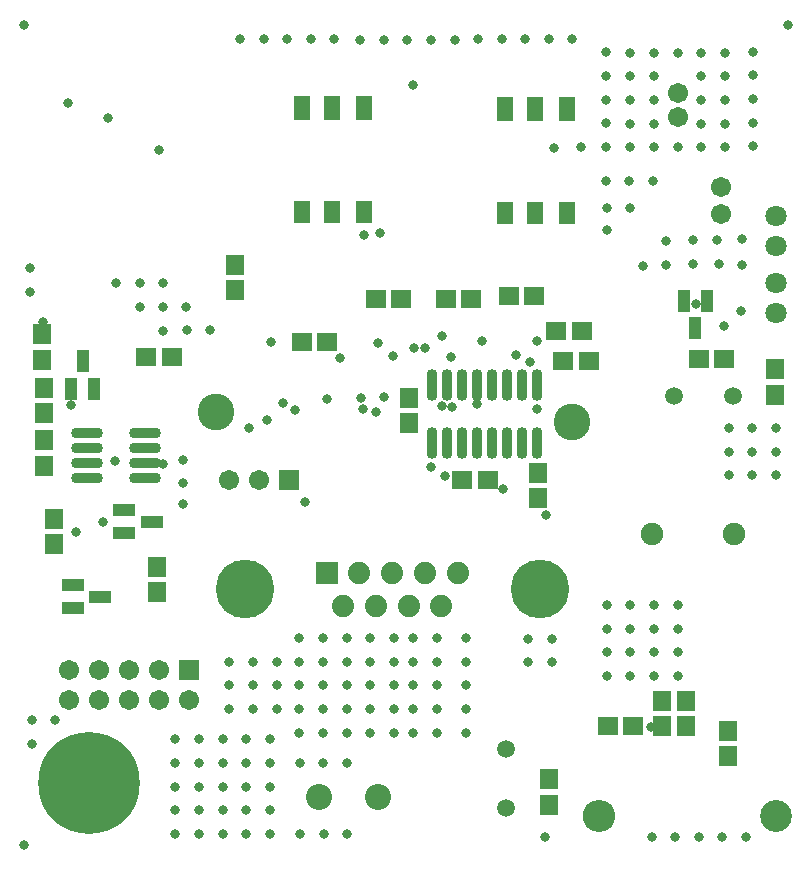
<source format=gbs>
%FSLAX24Y24*%
%MOIN*%
G70*
G01*
G75*
G04 Layer_Color=16711935*
%ADD10R,0.0650X0.0315*%
%ADD11R,0.0571X0.0512*%
%ADD12R,0.0512X0.0571*%
%ADD13R,0.0315X0.0650*%
%ADD14R,0.0079X0.0827*%
%ADD15R,0.4134X0.3386*%
%ADD16R,0.0433X0.1378*%
%ADD17C,0.0079*%
%ADD18C,0.0098*%
%ADD19C,0.0118*%
%ADD20C,0.0787*%
%ADD21C,0.1142*%
%ADD22R,0.0591X0.0591*%
%ADD23C,0.0591*%
%ADD24C,0.0984*%
%ADD25O,0.1004X0.0984*%
%ADD26C,0.0630*%
%ADD27C,0.0669*%
%ADD28C,0.0665*%
%ADD29R,0.0665X0.0665*%
%ADD30C,0.1874*%
%ADD31C,0.0512*%
%ADD32C,0.3307*%
%ADD33C,0.0236*%
%ADD34R,0.0472X0.0709*%
%ADD35R,0.0472X0.0650*%
%ADD36R,0.0512X0.0591*%
%ADD37O,0.0276X0.0984*%
%ADD38O,0.0984X0.0276*%
%ADD39C,0.0100*%
%ADD40R,0.0730X0.0395*%
%ADD41R,0.0651X0.0592*%
%ADD42R,0.0592X0.0651*%
%ADD43R,0.0395X0.0730*%
%ADD44R,0.0159X0.0907*%
%ADD45R,0.4214X0.3466*%
%ADD46R,0.0513X0.1458*%
%ADD47C,0.0867*%
%ADD48C,0.1222*%
%ADD49R,0.0671X0.0671*%
%ADD50C,0.0671*%
%ADD51C,0.1064*%
%ADD52O,0.1084X0.1064*%
%ADD53C,0.0710*%
%ADD54C,0.0749*%
%ADD55C,0.0745*%
%ADD56R,0.0745X0.0745*%
%ADD57C,0.1954*%
%ADD58C,0.0592*%
%ADD59C,0.3387*%
%ADD60C,0.0316*%
%ADD61R,0.0552X0.0789*%
%ADD62R,0.0552X0.0730*%
%ADD63R,0.0592X0.0671*%
%ADD64O,0.0356X0.1064*%
%ADD65O,0.1064X0.0356*%
D40*
X21180Y28996D02*
D03*
X20260Y28626D02*
D03*
Y29376D02*
D03*
X19476Y26504D02*
D03*
X18556Y26134D02*
D03*
Y26884D02*
D03*
D41*
X34909Y34362D02*
D03*
X35755D02*
D03*
X32381Y30378D02*
D03*
X31535D02*
D03*
X35514Y35351D02*
D03*
X34668D02*
D03*
X31839Y36424D02*
D03*
X30993D02*
D03*
X33095Y36512D02*
D03*
X33941D02*
D03*
X28645Y36432D02*
D03*
X29491D02*
D03*
X21845Y34498D02*
D03*
X20999D02*
D03*
X26177Y35000D02*
D03*
X27023D02*
D03*
X36377Y22200D02*
D03*
X37223D02*
D03*
X39411Y34420D02*
D03*
X40257D02*
D03*
D42*
X34072Y29775D02*
D03*
Y30621D02*
D03*
X29772Y33137D02*
D03*
Y32291D02*
D03*
X17532Y35239D02*
D03*
Y34393D02*
D03*
X17942Y28249D02*
D03*
Y29095D02*
D03*
X17594Y32619D02*
D03*
Y33465D02*
D03*
Y30861D02*
D03*
Y31707D02*
D03*
X21344Y27497D02*
D03*
Y26651D02*
D03*
X39000Y23023D02*
D03*
Y22177D02*
D03*
X38200Y23023D02*
D03*
Y22177D02*
D03*
X41952Y33233D02*
D03*
Y34079D02*
D03*
X40400Y22023D02*
D03*
Y21177D02*
D03*
X34422Y20411D02*
D03*
Y19565D02*
D03*
D43*
X18882Y34350D02*
D03*
X19252Y33430D02*
D03*
X18502D02*
D03*
X39304Y35446D02*
D03*
X38934Y36366D02*
D03*
X39684D02*
D03*
D47*
X26755Y19813D02*
D03*
X28724D02*
D03*
D48*
X35204Y32324D02*
D03*
X23314Y32639D02*
D03*
D49*
X25746Y30392D02*
D03*
X22416Y24052D02*
D03*
D50*
X23746Y30392D02*
D03*
X24746D02*
D03*
X40176Y39257D02*
D03*
X38720Y43292D02*
D03*
Y42505D02*
D03*
X40176Y40143D02*
D03*
X18416Y23052D02*
D03*
X19416D02*
D03*
X20416D02*
D03*
X21416D02*
D03*
X22416D02*
D03*
X18416Y24052D02*
D03*
X19416D02*
D03*
X20416D02*
D03*
X21416D02*
D03*
D51*
X42000Y19200D02*
D03*
D52*
X36094D02*
D03*
D53*
X41986Y36958D02*
D03*
Y35958D02*
D03*
X41982Y39198D02*
D03*
Y38198D02*
D03*
D54*
X40600Y28600D02*
D03*
X37844D02*
D03*
D55*
X31381Y27299D02*
D03*
X30836Y26181D02*
D03*
X30291Y27299D02*
D03*
X29745Y26181D02*
D03*
X29200Y27299D02*
D03*
X28655Y26181D02*
D03*
X28109Y27299D02*
D03*
X27564Y26181D02*
D03*
D56*
X27019Y27299D02*
D03*
D57*
X24281Y26740D02*
D03*
X34119D02*
D03*
D58*
X40568Y33200D02*
D03*
X38600D02*
D03*
X33006Y21411D02*
D03*
Y19442D02*
D03*
D59*
X19094Y20276D02*
D03*
D60*
X34030Y32750D02*
D03*
X25020Y32400D02*
D03*
X24420Y32110D02*
D03*
X25570Y32940D02*
D03*
X25970Y32730D02*
D03*
X19560Y28996D02*
D03*
X18660Y28660D02*
D03*
X21570Y30920D02*
D03*
X27470Y34460D02*
D03*
X31200Y32820D02*
D03*
X33780Y34330D02*
D03*
X40257Y35530D02*
D03*
X29910Y34780D02*
D03*
X29213Y34524D02*
D03*
X30290Y34790D02*
D03*
X31150Y34490D02*
D03*
X32027Y32920D02*
D03*
X37810Y22160D02*
D03*
X30860Y32850D02*
D03*
X26290Y29650D02*
D03*
X28790Y38630D02*
D03*
X18380Y42970D02*
D03*
X28160Y33130D02*
D03*
X28249Y38549D02*
D03*
X32180Y35020D02*
D03*
X34040D02*
D03*
X19730Y42470D02*
D03*
X28660Y32670D02*
D03*
X25150Y35000D02*
D03*
X21413Y41393D02*
D03*
X28717Y34968D02*
D03*
X29901Y43549D02*
D03*
X30850Y35180D02*
D03*
X28210Y32770D02*
D03*
X28930Y33150D02*
D03*
X18500Y32880D02*
D03*
X17560Y35660D02*
D03*
X19970Y31020D02*
D03*
X27023Y33100D02*
D03*
X33330Y34570D02*
D03*
X34332Y29220D02*
D03*
X32898Y30100D02*
D03*
X25118Y18590D02*
D03*
Y19378D02*
D03*
Y20165D02*
D03*
Y20952D02*
D03*
Y21740D02*
D03*
X24330Y18590D02*
D03*
Y19378D02*
D03*
Y20165D02*
D03*
Y20952D02*
D03*
Y21740D02*
D03*
X23543Y18590D02*
D03*
Y19378D02*
D03*
Y20165D02*
D03*
Y20952D02*
D03*
Y21740D02*
D03*
X22755Y18590D02*
D03*
Y19378D02*
D03*
Y20165D02*
D03*
Y20952D02*
D03*
Y21740D02*
D03*
X21968Y18590D02*
D03*
Y19378D02*
D03*
Y20165D02*
D03*
Y20952D02*
D03*
Y21740D02*
D03*
X29251Y21966D02*
D03*
Y22754D02*
D03*
Y23541D02*
D03*
Y24328D02*
D03*
Y25116D02*
D03*
X28464Y21966D02*
D03*
Y22754D02*
D03*
Y23541D02*
D03*
Y24328D02*
D03*
Y25116D02*
D03*
X27677Y21966D02*
D03*
Y22754D02*
D03*
Y23541D02*
D03*
Y24328D02*
D03*
Y25116D02*
D03*
X26889Y21966D02*
D03*
Y22754D02*
D03*
Y23541D02*
D03*
Y24328D02*
D03*
Y25116D02*
D03*
X26102Y21966D02*
D03*
Y22754D02*
D03*
Y23541D02*
D03*
Y24328D02*
D03*
Y25116D02*
D03*
X25344Y22763D02*
D03*
Y23551D02*
D03*
Y24338D02*
D03*
X24557Y22763D02*
D03*
Y23551D02*
D03*
Y24338D02*
D03*
X23769Y22763D02*
D03*
Y23551D02*
D03*
Y24338D02*
D03*
X30679Y21966D02*
D03*
Y22754D02*
D03*
Y23541D02*
D03*
Y24328D02*
D03*
Y25116D02*
D03*
X29891Y21966D02*
D03*
Y22754D02*
D03*
Y23541D02*
D03*
Y24328D02*
D03*
Y25116D02*
D03*
X27686Y20943D02*
D03*
X26899D02*
D03*
X26112D02*
D03*
X27706Y18580D02*
D03*
X26919D02*
D03*
X26131D02*
D03*
X31666Y25118D02*
D03*
Y24330D02*
D03*
Y23543D02*
D03*
Y22755D02*
D03*
Y21968D02*
D03*
X34517Y24309D02*
D03*
Y25096D02*
D03*
X33730Y24309D02*
D03*
Y25096D02*
D03*
X41988Y30549D02*
D03*
Y31336D02*
D03*
Y32124D02*
D03*
X41200Y30549D02*
D03*
Y31336D02*
D03*
Y32124D02*
D03*
X40413Y30549D02*
D03*
Y31336D02*
D03*
Y32124D02*
D03*
X17972Y22380D02*
D03*
X17184Y21592D02*
D03*
Y22380D02*
D03*
X17135Y36661D02*
D03*
Y37448D02*
D03*
X21564Y35372D02*
D03*
Y36159D02*
D03*
Y36946D02*
D03*
X20777Y36159D02*
D03*
Y36946D02*
D03*
X22313Y36171D02*
D03*
X23110Y35374D02*
D03*
X19990Y36946D02*
D03*
X22343Y35374D02*
D03*
X27273Y45096D02*
D03*
X26486D02*
D03*
X25698D02*
D03*
X24911D02*
D03*
X24123D02*
D03*
X31279Y45057D02*
D03*
X30492D02*
D03*
X29704D02*
D03*
X28917D02*
D03*
X28129D02*
D03*
X35205Y45098D02*
D03*
X34418D02*
D03*
X33631D02*
D03*
X32843D02*
D03*
X32056D02*
D03*
X22230Y30280D02*
D03*
X22210Y31070D02*
D03*
Y29590D02*
D03*
X37136Y44634D02*
D03*
Y43846D02*
D03*
Y43059D02*
D03*
Y42272D02*
D03*
Y41484D02*
D03*
X37923Y44634D02*
D03*
Y43846D02*
D03*
Y43059D02*
D03*
Y42272D02*
D03*
Y41484D02*
D03*
X38710Y44634D02*
D03*
Y41484D02*
D03*
X39498Y44634D02*
D03*
Y43846D02*
D03*
Y43059D02*
D03*
Y42272D02*
D03*
Y41484D02*
D03*
X40285Y44634D02*
D03*
Y43846D02*
D03*
Y43059D02*
D03*
Y42272D02*
D03*
Y41484D02*
D03*
X36310Y44642D02*
D03*
Y43855D02*
D03*
Y43067D02*
D03*
Y42280D02*
D03*
Y41493D02*
D03*
X41210Y44662D02*
D03*
Y43875D02*
D03*
Y43087D02*
D03*
Y42300D02*
D03*
Y41513D02*
D03*
X34580Y41447D02*
D03*
X35505Y41476D02*
D03*
X38310Y38347D02*
D03*
Y37560D02*
D03*
X39235Y38376D02*
D03*
Y37588D02*
D03*
X36343Y39440D02*
D03*
X37130D02*
D03*
X36314Y40365D02*
D03*
X37102D02*
D03*
X37889D02*
D03*
X38715Y23852D02*
D03*
Y24639D02*
D03*
Y25426D02*
D03*
Y26214D02*
D03*
X37928Y23852D02*
D03*
Y24639D02*
D03*
Y25426D02*
D03*
Y26214D02*
D03*
X37140Y23852D02*
D03*
Y24639D02*
D03*
Y25426D02*
D03*
Y26214D02*
D03*
X36353Y23852D02*
D03*
Y24639D02*
D03*
Y25426D02*
D03*
Y26214D02*
D03*
X30480Y30830D02*
D03*
X30960Y30530D02*
D03*
X36363Y38710D02*
D03*
X39310Y36240D02*
D03*
X37573Y37520D02*
D03*
X40840Y36010D02*
D03*
X40850Y37550D02*
D03*
X40870Y38410D02*
D03*
X40080Y37590D02*
D03*
X40030Y38380D02*
D03*
X40995Y18504D02*
D03*
X40208D02*
D03*
X39420D02*
D03*
X38633D02*
D03*
X37846D02*
D03*
X34296D02*
D03*
X42402Y45539D02*
D03*
X16929Y18238D02*
D03*
Y45552D02*
D03*
D61*
X26179Y42790D02*
D03*
X27179D02*
D03*
X28249D02*
D03*
X35035Y42762D02*
D03*
X33965D02*
D03*
X32965D02*
D03*
D62*
X28249Y39306D02*
D03*
X27179D02*
D03*
X26179D02*
D03*
X32965Y39278D02*
D03*
X33965D02*
D03*
X35035D02*
D03*
D63*
X23946Y37549D02*
D03*
Y36720D02*
D03*
D64*
X30527Y33563D02*
D03*
X31027D02*
D03*
X31527D02*
D03*
X32027D02*
D03*
X32527D02*
D03*
X33027D02*
D03*
X33527D02*
D03*
X34027D02*
D03*
X30527Y31634D02*
D03*
X31027D02*
D03*
X31527D02*
D03*
X32027D02*
D03*
X32527D02*
D03*
X33027D02*
D03*
X33527D02*
D03*
X34027D02*
D03*
D65*
X19015Y30470D02*
D03*
Y30970D02*
D03*
Y31470D02*
D03*
Y31970D02*
D03*
X20945Y30470D02*
D03*
Y30970D02*
D03*
Y31470D02*
D03*
Y31970D02*
D03*
M02*

</source>
